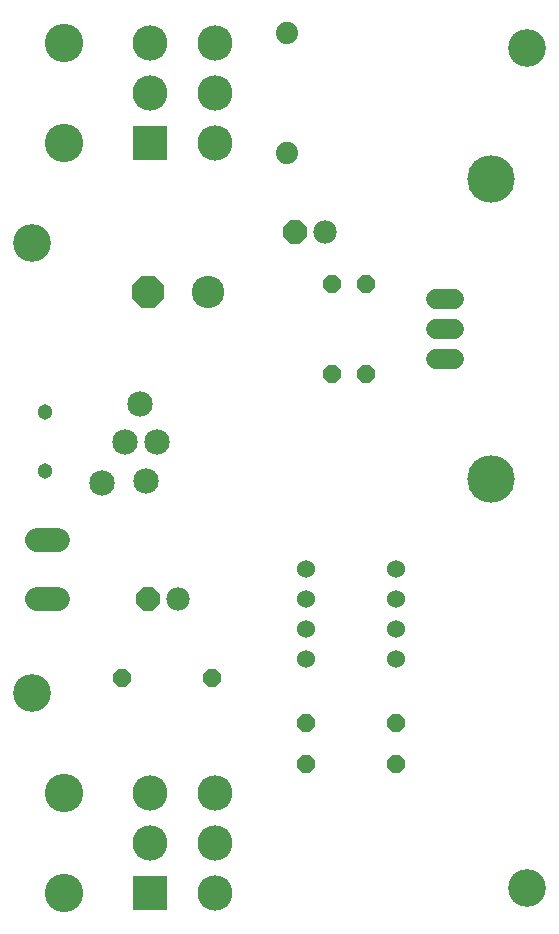
<source format=gbr>
G04 EAGLE Gerber RS-274X export*
G75*
%MOMM*%
%FSLAX34Y34*%
%LPD*%
%INSoldermask Bottom*%
%IPPOS*%
%AMOC8*
5,1,8,0,0,1.08239X$1,22.5*%
G01*
%ADD10C,2.743200*%
%ADD11P,2.969212X8X202.500000*%
%ADD12C,1.879600*%
%ADD13C,2.978200*%
%ADD14R,2.978200X2.978200*%
%ADD15C,3.253200*%
%ADD16C,1.711200*%
%ADD17P,1.649562X8X292.500000*%
%ADD18P,1.649562X8X22.500000*%
%ADD19P,1.649562X8X112.500000*%
%ADD20C,1.524000*%
%ADD21C,3.203200*%
%ADD22C,2.153200*%
%ADD23C,1.303200*%
%ADD24C,4.013200*%
%ADD25P,2.144431X8X202.500000*%
%ADD26C,1.981200*%
%ADD27C,1.993900*%


D10*
X193675Y549275D03*
D11*
X142875Y549275D03*
D12*
X260350Y768350D03*
X260350Y666750D03*
D13*
X198950Y124550D03*
X198950Y82550D03*
X198950Y40550D03*
X143950Y124550D03*
X143950Y82550D03*
D14*
X143950Y40550D03*
D15*
X70950Y124550D03*
X70950Y40550D03*
D13*
X198950Y759550D03*
X198950Y717550D03*
X198950Y675550D03*
X143950Y759550D03*
X143950Y717550D03*
D14*
X143950Y675550D03*
D15*
X70950Y759550D03*
X70950Y675550D03*
D16*
X386160Y542925D02*
X401240Y542925D01*
X401240Y517525D02*
X386160Y517525D01*
X386160Y492125D02*
X401240Y492125D01*
D17*
X298450Y555625D03*
X298450Y479425D03*
D18*
X120650Y222250D03*
X196850Y222250D03*
X276225Y184150D03*
X352425Y184150D03*
X276225Y149225D03*
X352425Y149225D03*
D19*
X327025Y479425D03*
X327025Y555625D03*
D20*
X276225Y314325D03*
X276225Y288925D03*
X352425Y288925D03*
X352425Y314325D03*
X276225Y263525D03*
X276225Y238125D03*
X352425Y263525D03*
X352425Y238125D03*
D21*
X463550Y44450D03*
X463550Y755650D03*
X44450Y590550D03*
X44450Y209550D03*
D22*
X103400Y387275D03*
X123400Y422275D03*
X140400Y389275D03*
X135400Y454275D03*
X150400Y422275D03*
D23*
X55400Y397275D03*
X55400Y447275D03*
D24*
X433070Y390525D03*
X433070Y644525D03*
D25*
X266700Y600075D03*
D26*
X292100Y600075D03*
D25*
X142875Y288925D03*
D26*
X168275Y288925D03*
D27*
X66104Y339325D02*
X48197Y339325D01*
X48197Y289325D02*
X66104Y289325D01*
M02*

</source>
